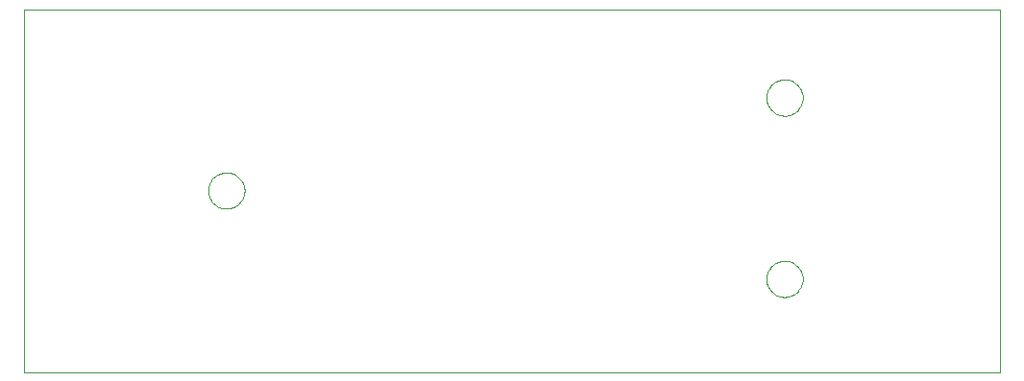
<source format=gbo>
G75*
G70*
%OFA0B0*%
%FSLAX24Y24*%
%IPPOS*%
%LPD*%
%AMOC8*
5,1,8,0,0,1.08239X$1,22.5*
%
%ADD10C,0.0000*%
D10*
X007188Y005731D02*
X007188Y018325D01*
X041042Y018325D01*
X041042Y005731D01*
X007188Y005731D01*
X013566Y012030D02*
X013568Y012080D01*
X013574Y012130D01*
X013584Y012179D01*
X013598Y012227D01*
X013615Y012274D01*
X013636Y012319D01*
X013661Y012363D01*
X013689Y012404D01*
X013721Y012443D01*
X013755Y012480D01*
X013792Y012514D01*
X013832Y012544D01*
X013874Y012571D01*
X013918Y012595D01*
X013964Y012616D01*
X014011Y012632D01*
X014059Y012645D01*
X014109Y012654D01*
X014158Y012659D01*
X014209Y012660D01*
X014259Y012657D01*
X014308Y012650D01*
X014357Y012639D01*
X014405Y012624D01*
X014451Y012606D01*
X014496Y012584D01*
X014539Y012558D01*
X014580Y012529D01*
X014619Y012497D01*
X014655Y012462D01*
X014687Y012424D01*
X014717Y012384D01*
X014744Y012341D01*
X014767Y012297D01*
X014786Y012251D01*
X014802Y012203D01*
X014814Y012154D01*
X014822Y012105D01*
X014826Y012055D01*
X014826Y012005D01*
X014822Y011955D01*
X014814Y011906D01*
X014802Y011857D01*
X014786Y011809D01*
X014767Y011763D01*
X014744Y011719D01*
X014717Y011676D01*
X014687Y011636D01*
X014655Y011598D01*
X014619Y011563D01*
X014580Y011531D01*
X014539Y011502D01*
X014496Y011476D01*
X014451Y011454D01*
X014405Y011436D01*
X014357Y011421D01*
X014308Y011410D01*
X014259Y011403D01*
X014209Y011400D01*
X014158Y011401D01*
X014109Y011406D01*
X014059Y011415D01*
X014011Y011428D01*
X013964Y011444D01*
X013918Y011465D01*
X013874Y011489D01*
X013832Y011516D01*
X013792Y011546D01*
X013755Y011580D01*
X013721Y011617D01*
X013689Y011656D01*
X013661Y011697D01*
X013636Y011741D01*
X013615Y011786D01*
X013598Y011833D01*
X013584Y011881D01*
X013574Y011930D01*
X013568Y011980D01*
X013566Y012030D01*
X032936Y008960D02*
X032938Y009010D01*
X032944Y009060D01*
X032954Y009109D01*
X032968Y009157D01*
X032985Y009204D01*
X033006Y009249D01*
X033031Y009293D01*
X033059Y009334D01*
X033091Y009373D01*
X033125Y009410D01*
X033162Y009444D01*
X033202Y009474D01*
X033244Y009501D01*
X033288Y009525D01*
X033334Y009546D01*
X033381Y009562D01*
X033429Y009575D01*
X033479Y009584D01*
X033528Y009589D01*
X033579Y009590D01*
X033629Y009587D01*
X033678Y009580D01*
X033727Y009569D01*
X033775Y009554D01*
X033821Y009536D01*
X033866Y009514D01*
X033909Y009488D01*
X033950Y009459D01*
X033989Y009427D01*
X034025Y009392D01*
X034057Y009354D01*
X034087Y009314D01*
X034114Y009271D01*
X034137Y009227D01*
X034156Y009181D01*
X034172Y009133D01*
X034184Y009084D01*
X034192Y009035D01*
X034196Y008985D01*
X034196Y008935D01*
X034192Y008885D01*
X034184Y008836D01*
X034172Y008787D01*
X034156Y008739D01*
X034137Y008693D01*
X034114Y008649D01*
X034087Y008606D01*
X034057Y008566D01*
X034025Y008528D01*
X033989Y008493D01*
X033950Y008461D01*
X033909Y008432D01*
X033866Y008406D01*
X033821Y008384D01*
X033775Y008366D01*
X033727Y008351D01*
X033678Y008340D01*
X033629Y008333D01*
X033579Y008330D01*
X033528Y008331D01*
X033479Y008336D01*
X033429Y008345D01*
X033381Y008358D01*
X033334Y008374D01*
X033288Y008395D01*
X033244Y008419D01*
X033202Y008446D01*
X033162Y008476D01*
X033125Y008510D01*
X033091Y008547D01*
X033059Y008586D01*
X033031Y008627D01*
X033006Y008671D01*
X032985Y008716D01*
X032968Y008763D01*
X032954Y008811D01*
X032944Y008860D01*
X032938Y008910D01*
X032936Y008960D01*
X032936Y015259D02*
X032938Y015309D01*
X032944Y015359D01*
X032954Y015408D01*
X032968Y015456D01*
X032985Y015503D01*
X033006Y015548D01*
X033031Y015592D01*
X033059Y015633D01*
X033091Y015672D01*
X033125Y015709D01*
X033162Y015743D01*
X033202Y015773D01*
X033244Y015800D01*
X033288Y015824D01*
X033334Y015845D01*
X033381Y015861D01*
X033429Y015874D01*
X033479Y015883D01*
X033528Y015888D01*
X033579Y015889D01*
X033629Y015886D01*
X033678Y015879D01*
X033727Y015868D01*
X033775Y015853D01*
X033821Y015835D01*
X033866Y015813D01*
X033909Y015787D01*
X033950Y015758D01*
X033989Y015726D01*
X034025Y015691D01*
X034057Y015653D01*
X034087Y015613D01*
X034114Y015570D01*
X034137Y015526D01*
X034156Y015480D01*
X034172Y015432D01*
X034184Y015383D01*
X034192Y015334D01*
X034196Y015284D01*
X034196Y015234D01*
X034192Y015184D01*
X034184Y015135D01*
X034172Y015086D01*
X034156Y015038D01*
X034137Y014992D01*
X034114Y014948D01*
X034087Y014905D01*
X034057Y014865D01*
X034025Y014827D01*
X033989Y014792D01*
X033950Y014760D01*
X033909Y014731D01*
X033866Y014705D01*
X033821Y014683D01*
X033775Y014665D01*
X033727Y014650D01*
X033678Y014639D01*
X033629Y014632D01*
X033579Y014629D01*
X033528Y014630D01*
X033479Y014635D01*
X033429Y014644D01*
X033381Y014657D01*
X033334Y014673D01*
X033288Y014694D01*
X033244Y014718D01*
X033202Y014745D01*
X033162Y014775D01*
X033125Y014809D01*
X033091Y014846D01*
X033059Y014885D01*
X033031Y014926D01*
X033006Y014970D01*
X032985Y015015D01*
X032968Y015062D01*
X032954Y015110D01*
X032944Y015159D01*
X032938Y015209D01*
X032936Y015259D01*
M02*

</source>
